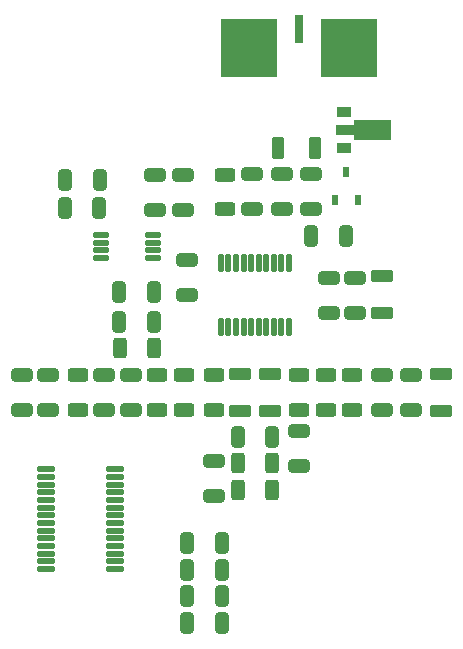
<source format=gbr>
%TF.GenerationSoftware,KiCad,Pcbnew,8.0.6*%
%TF.CreationDate,2024-10-28T10:58:12+07:00*%
%TF.ProjectId,PICO_ADC_Test,5049434f-5f41-4444-935f-546573742e6b,R0.1*%
%TF.SameCoordinates,PX72ade90PY75c75e0*%
%TF.FileFunction,Paste,Top*%
%TF.FilePolarity,Positive*%
%FSLAX46Y46*%
G04 Gerber Fmt 4.6, Leading zero omitted, Abs format (unit mm)*
G04 Created by KiCad (PCBNEW 8.0.6) date 2024-10-28 10:58:12*
%MOMM*%
%LPD*%
G01*
G04 APERTURE LIST*
G04 Aperture macros list*
%AMRoundRect*
0 Rectangle with rounded corners*
0 $1 Rounding radius*
0 $2 $3 $4 $5 $6 $7 $8 $9 X,Y pos of 4 corners*
0 Add a 4 corners polygon primitive as box body*
4,1,4,$2,$3,$4,$5,$6,$7,$8,$9,$2,$3,0*
0 Add four circle primitives for the rounded corners*
1,1,$1+$1,$2,$3*
1,1,$1+$1,$4,$5*
1,1,$1+$1,$6,$7*
1,1,$1+$1,$8,$9*
0 Add four rect primitives between the rounded corners*
20,1,$1+$1,$2,$3,$4,$5,0*
20,1,$1+$1,$4,$5,$6,$7,0*
20,1,$1+$1,$6,$7,$8,$9,0*
20,1,$1+$1,$8,$9,$2,$3,0*%
%AMFreePoly0*
4,1,9,3.862500,-0.866500,0.737500,-0.866500,0.737500,-0.450000,-0.737500,-0.450000,-0.737500,0.450000,0.737500,0.450000,0.737500,0.866500,3.862500,0.866500,3.862500,-0.866500,3.862500,-0.866500,$1*%
G04 Aperture macros list end*
%ADD10RoundRect,0.250000X-0.325000X-0.650000X0.325000X-0.650000X0.325000X0.650000X-0.325000X0.650000X0*%
%ADD11RoundRect,0.250000X-0.650000X0.325000X-0.650000X-0.325000X0.650000X-0.325000X0.650000X0.325000X0*%
%ADD12RoundRect,0.250000X0.650000X-0.325000X0.650000X0.325000X-0.650000X0.325000X-0.650000X-0.325000X0*%
%ADD13RoundRect,0.250000X0.325000X0.650000X-0.325000X0.650000X-0.325000X-0.650000X0.325000X-0.650000X0*%
%ADD14RoundRect,0.110000X-0.110000X-0.650000X0.110000X-0.650000X0.110000X0.650000X-0.110000X0.650000X0*%
%ADD15RoundRect,0.250000X-0.625000X0.312500X-0.625000X-0.312500X0.625000X-0.312500X0.625000X0.312500X0*%
%ADD16RoundRect,0.250000X0.625000X-0.312500X0.625000X0.312500X-0.625000X0.312500X-0.625000X-0.312500X0*%
%ADD17RoundRect,0.250000X0.700000X-0.275000X0.700000X0.275000X-0.700000X0.275000X-0.700000X-0.275000X0*%
%ADD18R,0.600000X0.850000*%
%ADD19RoundRect,0.250000X0.312500X0.625000X-0.312500X0.625000X-0.312500X-0.625000X0.312500X-0.625000X0*%
%ADD20RoundRect,0.250000X-0.700000X0.275000X-0.700000X-0.275000X0.700000X-0.275000X0.700000X0.275000X0*%
%ADD21RoundRect,0.112500X0.587500X-0.112500X0.587500X0.112500X-0.587500X0.112500X-0.587500X-0.112500X0*%
%ADD22RoundRect,0.112500X-0.625000X0.112500X-0.625000X-0.112500X0.625000X-0.112500X0.625000X0.112500X0*%
%ADD23R,0.700000X2.350000*%
%ADD24R,4.800000X4.900000*%
%ADD25R,1.300000X0.900000*%
%ADD26FreePoly0,0.000000*%
%ADD27RoundRect,0.250000X0.275000X0.700000X-0.275000X0.700000X-0.275000X-0.700000X0.275000X-0.700000X0*%
%ADD28RoundRect,0.250000X-0.312500X-0.625000X0.312500X-0.625000X0.312500X0.625000X-0.312500X0.625000X0*%
G04 APERTURE END LIST*
D10*
%TO.C,C13*%
X61525000Y2500000D03*
X64475000Y2500000D03*
%TD*%
D11*
%TO.C,C9*%
X71000000Y18725000D03*
X71000000Y15775000D03*
%TD*%
D12*
%TO.C,C21*%
X78000000Y20525000D03*
X78000000Y23475000D03*
%TD*%
D13*
%TO.C,C26*%
X54112500Y40012500D03*
X51162500Y40012500D03*
%TD*%
%TO.C,C25*%
X54087500Y37662500D03*
X51137500Y37662500D03*
%TD*%
D14*
%TO.C,IC2*%
X70130000Y32965000D03*
X69490000Y32965000D03*
X68850000Y32965000D03*
X68210000Y32965000D03*
X67570000Y32965000D03*
X66930000Y32965000D03*
X66290000Y32965000D03*
X65650000Y32965000D03*
X65010000Y32965000D03*
X64370000Y32965000D03*
X64370000Y27535000D03*
X65010000Y27535000D03*
X65650000Y27535000D03*
X66290000Y27535000D03*
X66930000Y27535000D03*
X67570000Y27535000D03*
X68210000Y27535000D03*
X68850000Y27535000D03*
X69490000Y27535000D03*
X70130000Y27535000D03*
%TD*%
D12*
%TO.C,C3*%
X54500000Y20525000D03*
X54500000Y23475000D03*
%TD*%
D15*
%TO.C,R7*%
X64750000Y40462500D03*
X64750000Y37537500D03*
%TD*%
D12*
%TO.C,C7*%
X47500000Y20525000D03*
X47500000Y23475000D03*
%TD*%
D10*
%TO.C,C15*%
X61525000Y7000000D03*
X64475000Y7000000D03*
%TD*%
D15*
%TO.C,R1*%
X52250000Y23462500D03*
X52250000Y20537500D03*
%TD*%
D16*
%TO.C,R3*%
X73250000Y20537500D03*
X73250000Y23462500D03*
%TD*%
D17*
%TO.C,FB4*%
X83000000Y20425000D03*
X83000000Y23575000D03*
%TD*%
D18*
%TO.C,D1*%
X74050000Y38300000D03*
X75950000Y38300000D03*
X75000000Y40700000D03*
%TD*%
D12*
%TO.C,C20*%
X63750000Y13275000D03*
X63750000Y16225000D03*
%TD*%
D17*
%TO.C,FB5*%
X78000000Y28700000D03*
X78000000Y31850000D03*
%TD*%
D12*
%TO.C,C8*%
X49750000Y20525000D03*
X49750000Y23475000D03*
%TD*%
D19*
%TO.C,R9*%
X58712500Y25750000D03*
X55787500Y25750000D03*
%TD*%
D20*
%TO.C,FB3*%
X68500000Y23575000D03*
X68500000Y20425000D03*
%TD*%
D12*
%TO.C,C4*%
X56750000Y20525000D03*
X56750000Y23475000D03*
%TD*%
D20*
%TO.C,FB1*%
X66000000Y23575000D03*
X66000000Y20425000D03*
%TD*%
D11*
%TO.C,C23*%
X75750000Y31725000D03*
X75750000Y28775000D03*
%TD*%
D13*
%TO.C,C17*%
X58725000Y28000000D03*
X55775000Y28000000D03*
%TD*%
D21*
%TO.C,IC3*%
X54250000Y35350000D03*
X54250000Y34700000D03*
X54250000Y34050000D03*
X54250000Y33400000D03*
X58650000Y33400000D03*
X58650000Y34050000D03*
X58650000Y34700000D03*
X58650000Y35350000D03*
%TD*%
D11*
%TO.C,C10*%
X58800000Y40450000D03*
X58800000Y37500000D03*
%TD*%
%TO.C,C5*%
X69500000Y40475000D03*
X69500000Y37525000D03*
%TD*%
D22*
%TO.C,IC1*%
X55438000Y7062500D03*
X55438000Y7712500D03*
X55438000Y8362500D03*
X55438000Y9012500D03*
X55438000Y9662500D03*
X55438000Y10312500D03*
X55438000Y10962500D03*
X55438000Y11612500D03*
X55438000Y12262500D03*
X55438000Y12912500D03*
X55438000Y13562500D03*
X55438000Y14212500D03*
X55438000Y14862500D03*
X55438000Y15512500D03*
X49562000Y15512500D03*
X49562000Y14862500D03*
X49562000Y14212500D03*
X49562000Y13562500D03*
X49562000Y12912500D03*
X49562000Y12262500D03*
X49562000Y11612500D03*
X49562000Y10962500D03*
X49562000Y10312500D03*
X49562000Y9662500D03*
X49562000Y9012500D03*
X49562000Y8362500D03*
X49562000Y7712500D03*
X49562000Y7062500D03*
%TD*%
D11*
%TO.C,C11*%
X61200000Y40450000D03*
X61200000Y37500000D03*
%TD*%
D23*
%TO.C,J1*%
X71000000Y52750000D03*
D24*
X75250000Y51175000D03*
X66750000Y51175000D03*
%TD*%
D12*
%TO.C,C6*%
X67000000Y37525000D03*
X67000000Y40475000D03*
%TD*%
D25*
%TO.C,U1*%
X74800000Y45750000D03*
D26*
X74887500Y44250000D03*
D25*
X74800000Y42750000D03*
%TD*%
D12*
%TO.C,C22*%
X80500000Y20525000D03*
X80500000Y23475000D03*
%TD*%
D11*
%TO.C,C24*%
X73500000Y31725000D03*
X73500000Y28775000D03*
%TD*%
D27*
%TO.C,FB2*%
X72325000Y42750000D03*
X69175000Y42750000D03*
%TD*%
D12*
%TO.C,C12*%
X72000000Y37525000D03*
X72000000Y40475000D03*
%TD*%
D16*
%TO.C,R5*%
X61250000Y20537500D03*
X61250000Y23462500D03*
%TD*%
D28*
%TO.C,R10*%
X65787500Y13750000D03*
X68712500Y13750000D03*
%TD*%
D11*
%TO.C,C18*%
X61500000Y33225000D03*
X61500000Y30275000D03*
%TD*%
D10*
%TO.C,C16*%
X61525000Y9250000D03*
X64475000Y9250000D03*
%TD*%
D16*
%TO.C,R6*%
X59000000Y20537500D03*
X59000000Y23462500D03*
%TD*%
D15*
%TO.C,R4*%
X63750000Y23462500D03*
X63750000Y20537500D03*
%TD*%
%TO.C,R8*%
X71000000Y23462500D03*
X71000000Y20537500D03*
%TD*%
D13*
%TO.C,C19*%
X58725000Y30500000D03*
X55775000Y30500000D03*
%TD*%
D10*
%TO.C,C14*%
X61525000Y4750000D03*
X64475000Y4750000D03*
%TD*%
D28*
%TO.C,R11*%
X65787500Y16000000D03*
X68712500Y16000000D03*
%TD*%
D10*
%TO.C,C2*%
X65775000Y18250000D03*
X68725000Y18250000D03*
%TD*%
D16*
%TO.C,R2*%
X75500000Y20537500D03*
X75500000Y23462500D03*
%TD*%
D13*
%TO.C,C1*%
X74975000Y35250000D03*
X72025000Y35250000D03*
%TD*%
M02*

</source>
